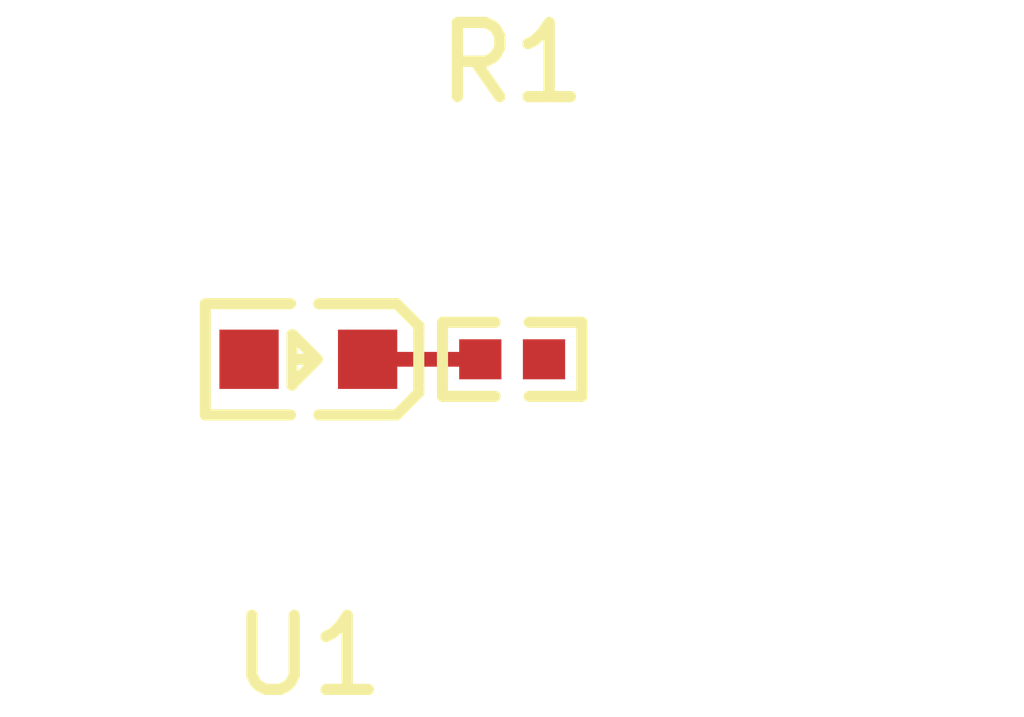
<source format=kicad_pcb>
(kicad_pcb (version 20241229) (generator "pcbnew") (generator_version "9.0")
  (layers (0 "F.Cu" signal) (2 "B.Cu" signal) (13 "F.Paste" user) (15 "B.Paste" user) (5 "F.SilkS" user "F.Silkscreen") (7 "B.SilkS" user "B.Silkscreen") (1 "F.Mask" user) (3 "B.Mask" user) (25 "Edge.Cuts" user))
  (net 0 "")
  (net 1 "anode")
  (net 2 "gnd")
  (net 3 "cathode")
  (footprint "lib:LED0603-RD" (layer "F.Cu") (at 0 0 180)
    (property "Reference" "U1" (at 0 -4 0) (layer "F.SilkS"))
    (property "Value" "")
    (fp_line (start 1.39 -0.75) (end 1.39 0.73) (stroke (width 0.15)) (layer "F.SilkS"))
    (fp_line (start 0.24 0.75) (end 1.39 0.75) (stroke (width 0.15)) (layer "F.SilkS"))
    (fp_line (start 0.24 -0.75) (end 1.39 -0.75) (stroke (width 0.15)) (layer "F.SilkS"))
    (fp_line (start 0.22 0.33) (end 0.21 0.33) (stroke (width 0.15)) (layer "F.SilkS"))
    (fp_line (start 0.22 0) (end -0.12 0) (stroke (width 0.15)) (layer "F.SilkS"))
    (fp_line (start 0.22 -0.34) (end -0.12 0) (stroke (width 0.15)) (layer "F.SilkS"))
    (fp_line (start 0.22 -0.35) (end 0.22 0.33) (stroke (width 0.15)) (layer "F.SilkS"))
    (fp_line (start 0.22 -0.35) (end 0.22 -0.34) (stroke (width 0.15)) (layer "F.SilkS"))
    (fp_line (start 0.21 0.33) (end -0.12 0) (stroke (width 0.15)) (layer "F.SilkS"))
    (fp_line (start -0.14 0.75) (end -1.19 0.75) (stroke (width 0.15)) (layer "F.SilkS"))
    (fp_line (start -0.14 -0.75) (end -1.19 -0.75) (stroke (width 0.15)) (layer "F.SilkS"))
    (fp_line (start -1.49 0.45) (end -1.19 0.75) (stroke (width 0.15)) (layer "F.SilkS"))
    (fp_line (start -1.49 0.35) (end -1.49 0.45) (stroke (width 0.15)) (layer "F.SilkS"))
    (fp_line (start -1.49 -0.35) (end -1.49 0.35) (stroke (width 0.15)) (layer "F.SilkS"))
    (fp_line (start -1.49 -0.35) (end -1.49 -0.45) (stroke (width 0.15)) (layer "F.SilkS"))
    (fp_line (start -1.49 -0.45) (end -1.19 -0.75) (stroke (width 0.15)) (layer "F.SilkS"))
    (fp_text user "${REFERENCE}" (at 0 -4 0) (layer "F.SilkS"))
    (pad "1" smd rect (at -0.8 0 270) (size 0.8 0.8) (layers "F.Cu" "F.Mask" "F.Paste") (net 3 "cathode"))
    (pad "2" smd rect (at 0.8 0 270) (size 0.8 0.8) (layers "F.Cu" "F.Mask" "F.Paste") (net 1 "anode"))
  )
  (footprint "atopile:R0402-56259e" (layer "F.Cu") (at 2.75 0)
    (property "Reference" "R1" (at 0 -4 0) (layer "F.SilkS"))
    (property "Value" "1kΩ ±1% 62.5mW")
    (fp_line (start -0.94 -0.5) (end -0.23 -0.5) (stroke (width 0.15)) (layer "F.SilkS"))
    (fp_line (start -0.94 0.5) (end -0.94 -0.5) (stroke (width 0.15)) (layer "F.SilkS"))
    (fp_line (start -0.23 0.5) (end -0.94 0.5) (stroke (width 0.15)) (layer "F.SilkS"))
    (fp_line (start 0.23 0.5) (end 0.94 0.5) (stroke (width 0.15)) (layer "F.SilkS"))
    (fp_line (start 0.94 -0.5) (end 0.23 -0.5) (stroke (width 0.15)) (layer "F.SilkS"))
    (fp_line (start 0.94 0.5) (end 0.94 -0.5) (stroke (width 0.15)) (layer "F.SilkS"))
    (fp_text user "${REFERENCE}" (at 0 -4 0) (layer "F.SilkS"))
    (pad "1" smd rect (at -0.43 0) (size 0.57 0.54) (layers "F.Cu" "F.Mask" "F.Paste") (net 3 "cathode"))
    (pad "2" smd rect (at 0.43 0) (size 0.57 0.54) (layers "F.Cu" "F.Mask" "F.Paste") (net 2 "gnd"))
  )
  (segment (start 0.8 0) (end 2.32 0) (width 0.2) (layer "F.Cu") (net 3))
)
</source>
